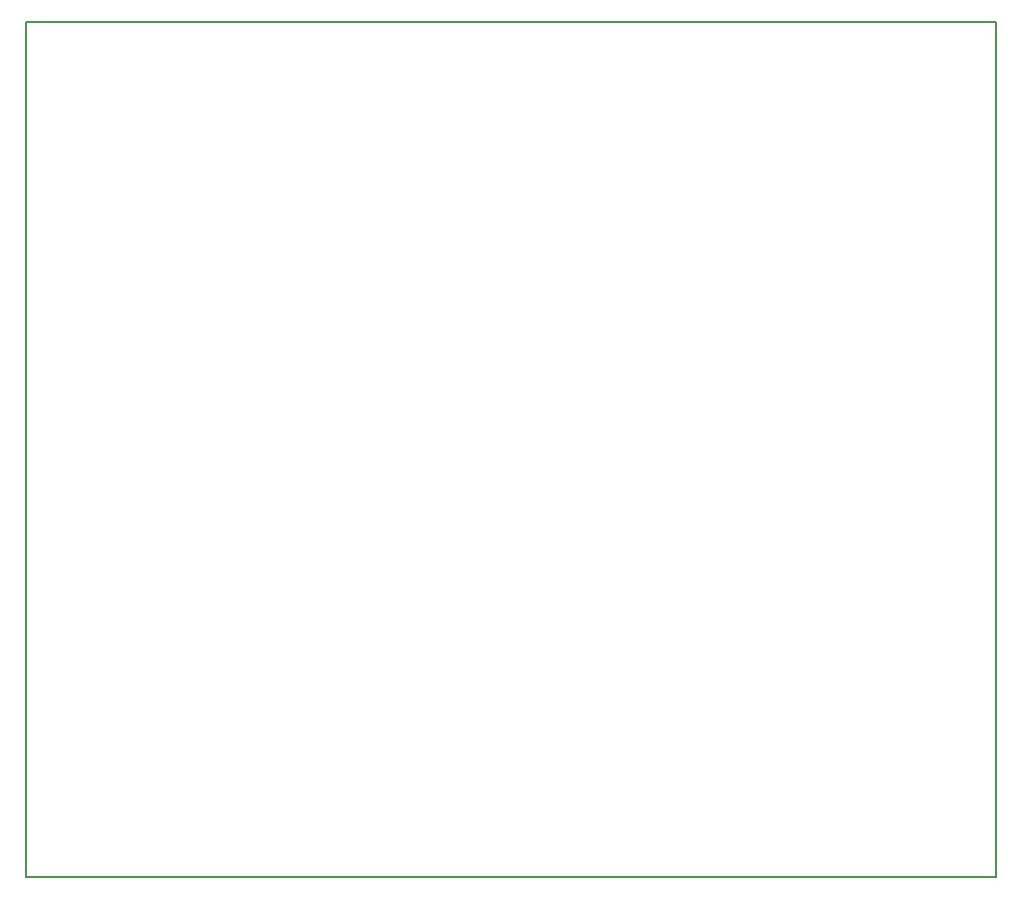
<source format=gbr>
%TF.GenerationSoftware,KiCad,Pcbnew,7.0.10-7.0.10~ubuntu22.04.1*%
%TF.CreationDate,2024-07-09T14:14:33-04:00*%
%TF.ProjectId,IcePSMNR55,49636550-534d-44e5-9235-352e6b696361,rev?*%
%TF.SameCoordinates,Original*%
%TF.FileFunction,Profile,NP*%
%FSLAX46Y46*%
G04 Gerber Fmt 4.6, Leading zero omitted, Abs format (unit mm)*
G04 Created by KiCad (PCBNEW 7.0.10-7.0.10~ubuntu22.04.1) date 2024-07-09 14:14:33*
%MOMM*%
%LPD*%
G01*
G04 APERTURE LIST*
%TA.AperFunction,Profile*%
%ADD10C,0.200000*%
%TD*%
G04 APERTURE END LIST*
D10*
X35814000Y-34290000D02*
X117983000Y-34290000D01*
X117983000Y-106680000D01*
X35814000Y-106680000D01*
X35814000Y-34290000D01*
M02*

</source>
